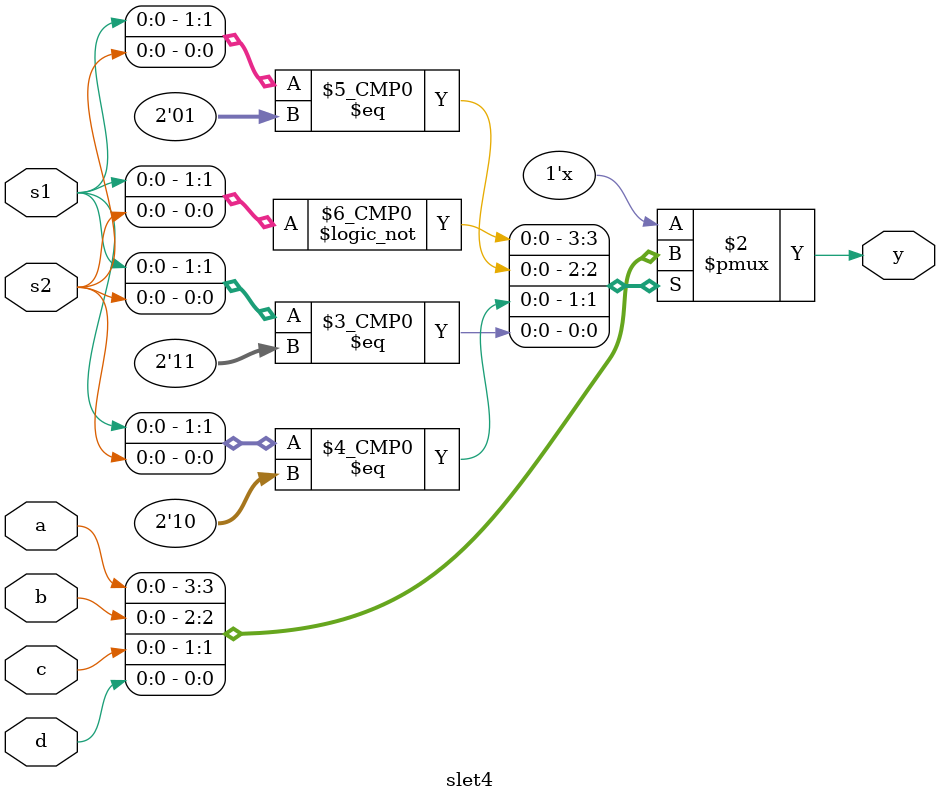
<source format=v>
module slet4 (a, b, c, d, s1, s2, y);
input a, b, c, d, s1, s2;
output y;
reg y;
always @(s1 or s2)
begin
    case ({s1,s2})
        0: y <= a;
        1: y <= b;
        2: y <= c;
        3: y <= d;
    endcase
end
endmodule
        
</source>
